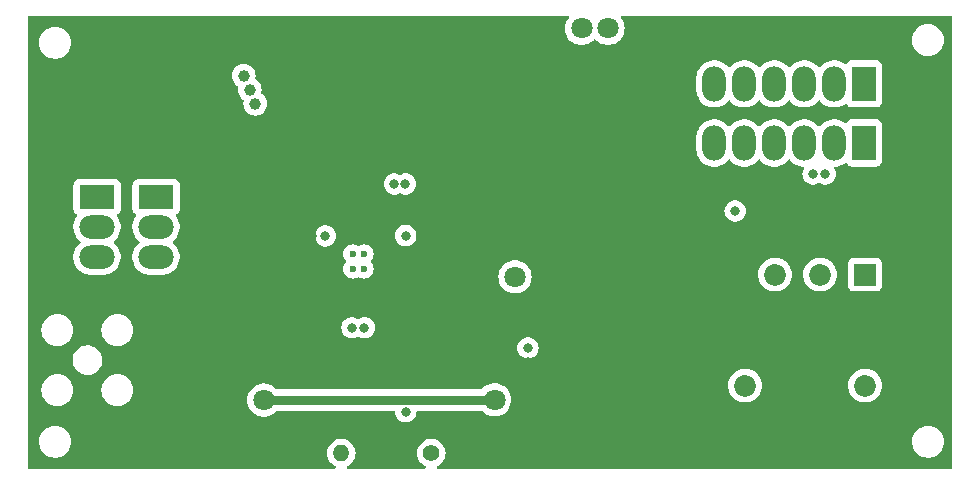
<source format=gbr>
%TF.GenerationSoftware,KiCad,Pcbnew,7.0.1*%
%TF.CreationDate,2024-02-12T12:04:44+00:00*%
%TF.ProjectId,UoB TICSP,556f4220-5449-4435-9350-2e6b69636164,1*%
%TF.SameCoordinates,Original*%
%TF.FileFunction,Copper,L2,Inr*%
%TF.FilePolarity,Positive*%
%FSLAX46Y46*%
G04 Gerber Fmt 4.6, Leading zero omitted, Abs format (unit mm)*
G04 Created by KiCad (PCBNEW 7.0.1) date 2024-02-12 12:04:44*
%MOMM*%
%LPD*%
G01*
G04 APERTURE LIST*
%TA.AperFunction,ComponentPad*%
%ADD10R,3.000000X2.000000*%
%TD*%
%TA.AperFunction,ComponentPad*%
%ADD11O,3.000000X2.000000*%
%TD*%
%TA.AperFunction,ComponentPad*%
%ADD12C,0.600000*%
%TD*%
%TA.AperFunction,ComponentPad*%
%ADD13C,1.400000*%
%TD*%
%TA.AperFunction,ComponentPad*%
%ADD14O,1.400000X1.400000*%
%TD*%
%TA.AperFunction,ComponentPad*%
%ADD15R,2.000000X3.000000*%
%TD*%
%TA.AperFunction,ComponentPad*%
%ADD16O,2.000000X3.000000*%
%TD*%
%TA.AperFunction,ComponentPad*%
%ADD17C,1.000000*%
%TD*%
%TA.AperFunction,ComponentPad*%
%ADD18R,1.850000X1.850000*%
%TD*%
%TA.AperFunction,ComponentPad*%
%ADD19C,1.850000*%
%TD*%
%TA.AperFunction,ViaPad*%
%ADD20C,1.800000*%
%TD*%
%TA.AperFunction,ViaPad*%
%ADD21C,0.800000*%
%TD*%
%TA.AperFunction,Conductor*%
%ADD22C,0.800000*%
%TD*%
G04 APERTURE END LIST*
D10*
%TO.N,/+9V*%
%TO.C,J1*%
X95678000Y-71221600D03*
X90678000Y-71221600D03*
D11*
%TO.N,GND*%
X95678000Y-73761600D03*
X90678000Y-73761600D03*
%TO.N,/-9V*%
X95678000Y-76301600D03*
X90678000Y-76301600D03*
%TD*%
D12*
%TO.N,GND*%
%TO.C,U4*%
X112316400Y-76037600D03*
X112316400Y-77327600D03*
X113286400Y-76037600D03*
X113286400Y-77327600D03*
%TD*%
D13*
%TO.N,Net-(R14-Pad1)*%
%TO.C,R14*%
X118973600Y-92913200D03*
D14*
%TO.N,Net-(U3--)*%
X111353600Y-92913200D03*
%TD*%
D15*
%TO.N,/Vo-*%
%TO.C,J4*%
X155625800Y-66649600D03*
X155625800Y-61649600D03*
D16*
X153085800Y-66649600D03*
X153085800Y-61649600D03*
%TO.N,/Vo+*%
X150545800Y-66649600D03*
X150545800Y-61649600D03*
X148005800Y-66649600D03*
X148005800Y-61649600D03*
%TO.N,GND*%
X145465800Y-66649600D03*
X145465800Y-61649600D03*
%TO.N,/Vocm*%
X142925800Y-66649600D03*
X142925800Y-61649600D03*
%TD*%
D17*
%TO.N,unconnected-(TP2-Pad1)*%
%TO.C,IAC*%
X103100604Y-60971500D03*
%TO.N,N/C*%
X103608604Y-62139900D03*
X104065804Y-63333700D03*
%TD*%
D18*
%TO.N,GND*%
%TO.C,PS1*%
X155702000Y-77800000D03*
D19*
%TO.N,/+1-5V HiVip*%
X151892000Y-77800000D03*
%TO.N,Net-(PS1-+HV)*%
X155702000Y-87198000D03*
%TO.N,GND*%
X145542000Y-87198000D03*
%TO.N,N/C*%
X148082000Y-77800000D03*
%TD*%
D20*
%TO.N,/+6V*%
X130124200Y-78003400D03*
D21*
X108837600Y-74498200D03*
D20*
X115366800Y-56997600D03*
X117652800Y-56997600D03*
D21*
X116865400Y-85826600D03*
X108331000Y-70129400D03*
X109270800Y-70129400D03*
X127152400Y-85166200D03*
%TO.N,/-6V*%
X115848000Y-70129400D03*
D20*
X133934200Y-56946800D03*
D21*
X127152400Y-84023200D03*
D20*
X131699000Y-56946800D03*
D21*
X116816999Y-89416900D03*
X116789200Y-70129400D03*
D20*
X126060200Y-77978000D03*
D21*
X116813200Y-74498200D03*
%TO.N,/Vo-*%
X113314800Y-82296000D03*
X152340800Y-69291200D03*
%TO.N,/Vo+*%
X151290800Y-69291200D03*
X112264800Y-82296000D03*
%TO.N,/Vocm*%
X110006000Y-74523600D03*
X144703800Y-72415400D03*
D20*
%TO.N,Net-(C20-Pad1)*%
X104800400Y-88417400D03*
X124333000Y-88392000D03*
%TD*%
D22*
%TO.N,Net-(C20-Pad1)*%
X104800400Y-88417400D02*
X124307600Y-88417400D01*
X124307600Y-88417400D02*
X124333000Y-88392000D01*
%TD*%
%TA.AperFunction,Conductor*%
%TO.N,/+6V*%
G36*
X130550180Y-55893054D02*
G01*
X130593900Y-55929467D01*
X130616755Y-55981572D01*
X130613933Y-56038400D01*
X130593936Y-56073931D01*
X130595641Y-56075045D01*
X130463076Y-56277950D01*
X130369844Y-56490496D01*
X130312865Y-56715500D01*
X130293699Y-56946800D01*
X130312865Y-57178099D01*
X130312865Y-57178101D01*
X130312866Y-57178105D01*
X130369843Y-57403100D01*
X130463076Y-57615649D01*
X130590021Y-57809953D01*
X130747216Y-57980713D01*
X130930374Y-58123270D01*
X131134497Y-58233736D01*
X131244257Y-58271416D01*
X131354015Y-58309097D01*
X131354017Y-58309097D01*
X131354019Y-58309098D01*
X131582951Y-58347300D01*
X131815048Y-58347300D01*
X131815049Y-58347300D01*
X132043981Y-58309098D01*
X132263503Y-58233736D01*
X132467626Y-58123270D01*
X132650784Y-57980713D01*
X132725371Y-57899689D01*
X132782859Y-57864352D01*
X132850341Y-57864352D01*
X132907828Y-57899689D01*
X132982416Y-57980713D01*
X133165574Y-58123270D01*
X133369697Y-58233736D01*
X133479457Y-58271416D01*
X133589215Y-58309097D01*
X133589217Y-58309097D01*
X133589219Y-58309098D01*
X133818151Y-58347300D01*
X134050248Y-58347300D01*
X134050249Y-58347300D01*
X134279181Y-58309098D01*
X134498703Y-58233736D01*
X134702826Y-58123270D01*
X134885984Y-57980713D01*
X134925857Y-57937399D01*
X159654940Y-57937399D01*
X159675536Y-58172807D01*
X159712055Y-58309097D01*
X159736697Y-58401063D01*
X159836565Y-58615229D01*
X159972105Y-58808801D01*
X160139199Y-58975895D01*
X160332771Y-59111435D01*
X160546937Y-59211303D01*
X160775192Y-59272463D01*
X160951632Y-59287900D01*
X160951634Y-59287900D01*
X161069566Y-59287900D01*
X161069568Y-59287900D01*
X161187193Y-59277608D01*
X161246008Y-59272463D01*
X161474263Y-59211303D01*
X161688429Y-59111435D01*
X161882001Y-58975895D01*
X162049095Y-58808801D01*
X162184635Y-58615230D01*
X162284503Y-58401063D01*
X162345663Y-58172808D01*
X162366259Y-57937400D01*
X162345663Y-57701992D01*
X162284503Y-57473737D01*
X162184635Y-57259571D01*
X162049095Y-57065999D01*
X161882001Y-56898905D01*
X161688429Y-56763365D01*
X161474263Y-56663497D01*
X161474262Y-56663496D01*
X161246007Y-56602336D01*
X161069568Y-56586900D01*
X161069566Y-56586900D01*
X160951634Y-56586900D01*
X160951632Y-56586900D01*
X160775192Y-56602336D01*
X160546936Y-56663497D01*
X160332770Y-56763365D01*
X160139198Y-56898905D01*
X159972108Y-57065995D01*
X159972105Y-57065998D01*
X159972105Y-57065999D01*
X159893608Y-57178105D01*
X159836564Y-57259572D01*
X159736697Y-57473737D01*
X159675536Y-57701992D01*
X159654940Y-57937399D01*
X134925857Y-57937399D01*
X135043179Y-57809953D01*
X135170124Y-57615649D01*
X135263357Y-57403100D01*
X135320334Y-57178105D01*
X135339500Y-56946800D01*
X135320334Y-56715495D01*
X135263357Y-56490500D01*
X135170124Y-56277951D01*
X135043179Y-56083647D01*
X135043178Y-56083646D01*
X135037559Y-56075045D01*
X135039263Y-56073931D01*
X135019267Y-56038400D01*
X135016445Y-55981572D01*
X135039300Y-55929467D01*
X135083020Y-55893054D01*
X135138400Y-55880000D01*
X162944000Y-55880000D01*
X163006000Y-55896613D01*
X163051387Y-55942000D01*
X163068000Y-56004000D01*
X163068000Y-94110000D01*
X163051387Y-94172000D01*
X163006000Y-94217387D01*
X162944000Y-94234000D01*
X119550822Y-94234000D01*
X119485544Y-94215427D01*
X119439822Y-94165271D01*
X119427351Y-94098558D01*
X119451868Y-94035273D01*
X119506029Y-93994373D01*
X119511001Y-93992447D01*
X119700162Y-93875324D01*
X119864581Y-93725436D01*
X119998658Y-93547889D01*
X120097829Y-93348728D01*
X120158715Y-93134736D01*
X120179243Y-92913200D01*
X120158715Y-92691664D01*
X120135827Y-92611221D01*
X120097830Y-92477673D01*
X119998658Y-92278511D01*
X119864580Y-92100962D01*
X119700162Y-91951075D01*
X119695194Y-91947999D01*
X159680340Y-91947999D01*
X159700936Y-92183407D01*
X159726419Y-92278511D01*
X159762097Y-92411663D01*
X159861965Y-92625829D01*
X159997505Y-92819401D01*
X160164599Y-92986495D01*
X160358171Y-93122035D01*
X160572337Y-93221903D01*
X160800592Y-93283063D01*
X160977032Y-93298500D01*
X160977034Y-93298500D01*
X161094966Y-93298500D01*
X161094968Y-93298500D01*
X161212593Y-93288208D01*
X161271408Y-93283063D01*
X161499663Y-93221903D01*
X161713829Y-93122035D01*
X161907401Y-92986495D01*
X162074495Y-92819401D01*
X162210035Y-92625830D01*
X162309903Y-92411663D01*
X162371063Y-92183408D01*
X162391659Y-91948000D01*
X162371063Y-91712592D01*
X162309903Y-91484337D01*
X162210035Y-91270171D01*
X162074495Y-91076599D01*
X161907401Y-90909505D01*
X161713829Y-90773965D01*
X161499663Y-90674097D01*
X161271407Y-90612936D01*
X161094968Y-90597500D01*
X161094966Y-90597500D01*
X160977034Y-90597500D01*
X160977032Y-90597500D01*
X160800592Y-90612936D01*
X160572336Y-90674097D01*
X160358170Y-90773965D01*
X160164598Y-90909505D01*
X159997508Y-91076595D01*
X159861964Y-91270172D01*
X159762097Y-91484337D01*
X159700936Y-91712592D01*
X159680340Y-91947999D01*
X119695194Y-91947999D01*
X119511004Y-91833954D01*
X119449774Y-91810233D01*
X119303540Y-91753582D01*
X119084843Y-91712700D01*
X118862357Y-91712700D01*
X118643659Y-91753582D01*
X118643660Y-91753582D01*
X118436195Y-91833954D01*
X118247037Y-91951075D01*
X118082619Y-92100962D01*
X117948541Y-92278511D01*
X117849369Y-92477673D01*
X117788485Y-92691662D01*
X117767957Y-92913200D01*
X117788485Y-93134737D01*
X117849369Y-93348726D01*
X117948541Y-93547888D01*
X118082619Y-93725437D01*
X118247037Y-93875324D01*
X118436197Y-93992446D01*
X118436199Y-93992447D01*
X118441171Y-93994373D01*
X118495332Y-94035273D01*
X118519849Y-94098558D01*
X118507378Y-94165271D01*
X118461656Y-94215427D01*
X118396378Y-94234000D01*
X111930822Y-94234000D01*
X111865544Y-94215427D01*
X111819822Y-94165271D01*
X111807351Y-94098558D01*
X111831868Y-94035273D01*
X111886029Y-93994373D01*
X111891001Y-93992447D01*
X112080162Y-93875324D01*
X112244581Y-93725436D01*
X112378658Y-93547889D01*
X112477829Y-93348728D01*
X112538715Y-93134736D01*
X112559243Y-92913200D01*
X112538715Y-92691664D01*
X112515827Y-92611221D01*
X112477830Y-92477673D01*
X112378658Y-92278511D01*
X112244580Y-92100962D01*
X112080162Y-91951075D01*
X111891004Y-91833954D01*
X111829774Y-91810233D01*
X111683540Y-91753582D01*
X111464843Y-91712700D01*
X111242357Y-91712700D01*
X111023659Y-91753582D01*
X111023660Y-91753582D01*
X110816195Y-91833954D01*
X110627037Y-91951075D01*
X110462619Y-92100962D01*
X110328541Y-92278511D01*
X110229369Y-92477673D01*
X110168485Y-92691662D01*
X110147957Y-92913200D01*
X110168485Y-93134737D01*
X110229369Y-93348726D01*
X110328541Y-93547888D01*
X110462619Y-93725437D01*
X110627037Y-93875324D01*
X110816197Y-93992446D01*
X110816199Y-93992447D01*
X110821171Y-93994373D01*
X110875332Y-94035273D01*
X110899849Y-94098558D01*
X110887378Y-94165271D01*
X110841656Y-94215427D01*
X110776378Y-94234000D01*
X84960000Y-94234000D01*
X84898000Y-94217387D01*
X84852613Y-94172000D01*
X84836000Y-94110000D01*
X84836000Y-91947999D01*
X85766340Y-91947999D01*
X85786936Y-92183407D01*
X85812419Y-92278511D01*
X85848097Y-92411663D01*
X85947965Y-92625829D01*
X86083505Y-92819401D01*
X86250599Y-92986495D01*
X86444171Y-93122035D01*
X86658337Y-93221903D01*
X86886592Y-93283063D01*
X87063032Y-93298500D01*
X87063034Y-93298500D01*
X87180966Y-93298500D01*
X87180968Y-93298500D01*
X87298593Y-93288208D01*
X87357408Y-93283063D01*
X87585663Y-93221903D01*
X87799829Y-93122035D01*
X87993401Y-92986495D01*
X88160495Y-92819401D01*
X88296035Y-92625830D01*
X88395903Y-92411663D01*
X88457063Y-92183408D01*
X88477659Y-91948000D01*
X88457063Y-91712592D01*
X88395903Y-91484337D01*
X88296035Y-91270171D01*
X88160495Y-91076599D01*
X87993401Y-90909505D01*
X87799829Y-90773965D01*
X87585663Y-90674097D01*
X87357407Y-90612936D01*
X87180968Y-90597500D01*
X87180966Y-90597500D01*
X87063034Y-90597500D01*
X87063032Y-90597500D01*
X86886592Y-90612936D01*
X86658336Y-90674097D01*
X86444170Y-90773965D01*
X86250598Y-90909505D01*
X86083508Y-91076595D01*
X85947964Y-91270172D01*
X85848097Y-91484337D01*
X85786936Y-91712592D01*
X85766340Y-91947999D01*
X84836000Y-91947999D01*
X84836000Y-89340099D01*
X85359500Y-89340099D01*
X85359617Y-89340383D01*
X85359808Y-89340461D01*
X85359999Y-89340541D01*
X85360000Y-89340541D01*
X85360001Y-89340541D01*
X85360127Y-89340488D01*
X85360383Y-89340383D01*
X85360500Y-89340099D01*
X85360500Y-87580000D01*
X85964340Y-87580000D01*
X85984936Y-87815407D01*
X86046096Y-88043662D01*
X86046097Y-88043663D01*
X86145965Y-88257829D01*
X86281505Y-88451401D01*
X86448599Y-88618495D01*
X86642171Y-88754035D01*
X86856337Y-88853903D01*
X87084591Y-88915062D01*
X87084592Y-88915063D01*
X87261032Y-88930500D01*
X87261034Y-88930500D01*
X87378966Y-88930500D01*
X87378968Y-88930500D01*
X87496593Y-88920208D01*
X87555408Y-88915063D01*
X87783663Y-88853903D01*
X87997829Y-88754035D01*
X88191401Y-88618495D01*
X88358495Y-88451401D01*
X88494035Y-88257830D01*
X88593903Y-88043663D01*
X88655063Y-87815408D01*
X88675659Y-87580000D01*
X91044340Y-87580000D01*
X91064936Y-87815407D01*
X91126096Y-88043662D01*
X91126097Y-88043663D01*
X91225965Y-88257829D01*
X91361505Y-88451401D01*
X91528599Y-88618495D01*
X91722171Y-88754035D01*
X91936337Y-88853903D01*
X92164591Y-88915062D01*
X92164592Y-88915063D01*
X92341032Y-88930500D01*
X92341034Y-88930500D01*
X92458966Y-88930500D01*
X92458968Y-88930500D01*
X92576593Y-88920208D01*
X92635408Y-88915063D01*
X92863663Y-88853903D01*
X93077829Y-88754035D01*
X93271401Y-88618495D01*
X93438495Y-88451401D01*
X93462303Y-88417400D01*
X103395099Y-88417400D01*
X103414265Y-88648699D01*
X103414265Y-88648701D01*
X103414266Y-88648705D01*
X103466230Y-88853903D01*
X103471244Y-88873703D01*
X103496158Y-88930500D01*
X103564476Y-89086249D01*
X103691421Y-89280553D01*
X103848616Y-89451313D01*
X104031774Y-89593870D01*
X104235897Y-89704336D01*
X104345657Y-89742016D01*
X104455415Y-89779697D01*
X104455417Y-89779697D01*
X104455419Y-89779698D01*
X104684351Y-89817900D01*
X104916448Y-89817900D01*
X104916449Y-89817900D01*
X105145381Y-89779698D01*
X105364903Y-89704336D01*
X105569026Y-89593870D01*
X105752184Y-89451313D01*
X105838160Y-89357917D01*
X105879581Y-89328344D01*
X105929391Y-89317900D01*
X115789484Y-89317900D01*
X115847699Y-89332415D01*
X115892285Y-89372560D01*
X115912804Y-89428936D01*
X115915156Y-89451312D01*
X115931325Y-89605157D01*
X115989819Y-89785184D01*
X116084465Y-89949116D01*
X116211128Y-90089789D01*
X116364268Y-90201051D01*
X116537196Y-90278044D01*
X116722351Y-90317400D01*
X116722353Y-90317400D01*
X116911645Y-90317400D01*
X116911647Y-90317400D01*
X117035082Y-90291162D01*
X117096802Y-90278044D01*
X117269729Y-90201051D01*
X117422870Y-90089788D01*
X117549532Y-89949116D01*
X117644178Y-89785184D01*
X117702673Y-89605156D01*
X117721193Y-89428936D01*
X117741713Y-89372560D01*
X117786299Y-89332415D01*
X117844514Y-89317900D01*
X123227391Y-89317900D01*
X123277201Y-89328344D01*
X123318621Y-89357917D01*
X123381215Y-89425913D01*
X123497904Y-89516734D01*
X123564374Y-89568470D01*
X123768497Y-89678936D01*
X123842485Y-89704336D01*
X123988015Y-89754297D01*
X123988017Y-89754297D01*
X123988019Y-89754298D01*
X124216951Y-89792500D01*
X124449048Y-89792500D01*
X124449049Y-89792500D01*
X124677981Y-89754298D01*
X124897503Y-89678936D01*
X125101626Y-89568470D01*
X125284784Y-89425913D01*
X125441979Y-89255153D01*
X125568924Y-89060849D01*
X125662157Y-88848300D01*
X125719134Y-88623305D01*
X125738300Y-88392000D01*
X125719134Y-88160695D01*
X125662157Y-87935700D01*
X125568924Y-87723151D01*
X125441979Y-87528847D01*
X125284784Y-87358087D01*
X125101626Y-87215530D01*
X125069233Y-87198000D01*
X144111614Y-87198000D01*
X144131123Y-87433429D01*
X144131123Y-87433432D01*
X144131124Y-87433434D01*
X144168239Y-87580000D01*
X144189118Y-87662447D01*
X144284013Y-87878788D01*
X144413226Y-88076563D01*
X144573223Y-88250365D01*
X144573227Y-88250368D01*
X144759654Y-88395470D01*
X144967421Y-88507908D01*
X145079140Y-88546261D01*
X145190857Y-88584615D01*
X145190859Y-88584615D01*
X145190861Y-88584616D01*
X145423880Y-88623500D01*
X145660119Y-88623500D01*
X145660120Y-88623500D01*
X145893139Y-88584616D01*
X146116579Y-88507908D01*
X146324346Y-88395470D01*
X146510773Y-88250368D01*
X146670775Y-88076561D01*
X146799986Y-87878788D01*
X146894883Y-87662445D01*
X146952876Y-87433434D01*
X146972385Y-87198000D01*
X154271614Y-87198000D01*
X154291123Y-87433429D01*
X154291123Y-87433432D01*
X154291124Y-87433434D01*
X154328239Y-87580000D01*
X154349118Y-87662447D01*
X154444013Y-87878788D01*
X154573226Y-88076563D01*
X154733223Y-88250365D01*
X154733227Y-88250368D01*
X154919654Y-88395470D01*
X155127421Y-88507908D01*
X155239140Y-88546261D01*
X155350857Y-88584615D01*
X155350859Y-88584615D01*
X155350861Y-88584616D01*
X155583880Y-88623500D01*
X155820119Y-88623500D01*
X155820120Y-88623500D01*
X156053139Y-88584616D01*
X156276579Y-88507908D01*
X156484346Y-88395470D01*
X156670773Y-88250368D01*
X156830775Y-88076561D01*
X156959986Y-87878788D01*
X157054883Y-87662445D01*
X157112876Y-87433434D01*
X157132385Y-87198000D01*
X157112876Y-86962566D01*
X157054883Y-86733555D01*
X156959986Y-86517212D01*
X156959986Y-86517211D01*
X156830773Y-86319436D01*
X156670776Y-86145634D01*
X156484347Y-86000531D01*
X156484346Y-86000530D01*
X156276579Y-85888092D01*
X156276575Y-85888090D01*
X156276574Y-85888090D01*
X156053142Y-85811384D01*
X155878374Y-85782220D01*
X155820120Y-85772500D01*
X155583880Y-85772500D01*
X155537276Y-85780276D01*
X155350857Y-85811384D01*
X155127425Y-85888090D01*
X155127421Y-85888091D01*
X155127421Y-85888092D01*
X154988909Y-85963050D01*
X154919652Y-86000531D01*
X154733223Y-86145634D01*
X154573226Y-86319436D01*
X154444013Y-86517211D01*
X154349118Y-86733552D01*
X154291123Y-86962570D01*
X154271614Y-87198000D01*
X146972385Y-87198000D01*
X146952876Y-86962566D01*
X146894883Y-86733555D01*
X146799986Y-86517212D01*
X146799986Y-86517211D01*
X146670773Y-86319436D01*
X146510776Y-86145634D01*
X146324347Y-86000531D01*
X146324346Y-86000530D01*
X146116579Y-85888092D01*
X146116575Y-85888090D01*
X146116574Y-85888090D01*
X145893142Y-85811384D01*
X145718374Y-85782220D01*
X145660120Y-85772500D01*
X145423880Y-85772500D01*
X145377276Y-85780276D01*
X145190857Y-85811384D01*
X144967425Y-85888090D01*
X144967421Y-85888091D01*
X144967421Y-85888092D01*
X144828909Y-85963050D01*
X144759652Y-86000531D01*
X144573223Y-86145634D01*
X144413226Y-86319436D01*
X144284013Y-86517211D01*
X144189118Y-86733552D01*
X144131123Y-86962570D01*
X144111614Y-87198000D01*
X125069233Y-87198000D01*
X124897503Y-87105064D01*
X124897499Y-87105062D01*
X124897498Y-87105062D01*
X124677984Y-87029702D01*
X124506281Y-87001050D01*
X124449049Y-86991500D01*
X124216951Y-86991500D01*
X124171164Y-86999140D01*
X123988015Y-87029702D01*
X123768501Y-87105062D01*
X123768497Y-87105063D01*
X123768497Y-87105064D01*
X123721566Y-87130462D01*
X123564372Y-87215531D01*
X123381215Y-87358087D01*
X123271857Y-87476883D01*
X123230437Y-87506456D01*
X123180627Y-87516900D01*
X105929391Y-87516900D01*
X105879581Y-87506456D01*
X105838161Y-87476883D01*
X105752184Y-87383487D01*
X105569027Y-87240931D01*
X105569026Y-87240930D01*
X105364903Y-87130464D01*
X105364899Y-87130462D01*
X105364898Y-87130462D01*
X105145384Y-87055102D01*
X104973682Y-87026450D01*
X104916449Y-87016900D01*
X104684351Y-87016900D01*
X104638564Y-87024540D01*
X104455415Y-87055102D01*
X104235901Y-87130462D01*
X104031772Y-87240931D01*
X103848615Y-87383487D01*
X103691420Y-87554248D01*
X103564476Y-87748550D01*
X103471244Y-87961096D01*
X103414265Y-88186100D01*
X103395099Y-88417400D01*
X93462303Y-88417400D01*
X93574035Y-88257830D01*
X93673903Y-88043663D01*
X93735063Y-87815408D01*
X93755659Y-87580000D01*
X93735063Y-87344592D01*
X93673903Y-87116337D01*
X93574035Y-86902171D01*
X93438495Y-86708599D01*
X93271401Y-86541505D01*
X93077829Y-86405965D01*
X92863663Y-86306097D01*
X92635407Y-86244936D01*
X92458968Y-86229500D01*
X92458966Y-86229500D01*
X92341034Y-86229500D01*
X92341032Y-86229500D01*
X92164592Y-86244936D01*
X91936336Y-86306097D01*
X91722170Y-86405965D01*
X91528598Y-86541505D01*
X91361508Y-86708595D01*
X91225964Y-86902172D01*
X91126097Y-87116337D01*
X91064936Y-87344592D01*
X91044340Y-87580000D01*
X88675659Y-87580000D01*
X88655063Y-87344592D01*
X88593903Y-87116337D01*
X88494035Y-86902171D01*
X88358495Y-86708599D01*
X88191401Y-86541505D01*
X87997829Y-86405965D01*
X87783663Y-86306097D01*
X87555407Y-86244936D01*
X87378968Y-86229500D01*
X87378966Y-86229500D01*
X87261034Y-86229500D01*
X87261032Y-86229500D01*
X87084592Y-86244936D01*
X86856336Y-86306097D01*
X86642170Y-86405965D01*
X86448598Y-86541505D01*
X86281508Y-86708595D01*
X86145964Y-86902172D01*
X86046097Y-87116337D01*
X85984936Y-87344592D01*
X85964340Y-87580000D01*
X85360500Y-87580000D01*
X85360500Y-85096328D01*
X88605709Y-85096328D01*
X88635925Y-85319388D01*
X88671211Y-85427988D01*
X88705483Y-85533464D01*
X88812148Y-85731681D01*
X88912032Y-85856931D01*
X88936880Y-85888090D01*
X88952492Y-85907666D01*
X89122004Y-86055765D01*
X89122006Y-86055766D01*
X89315237Y-86171216D01*
X89433214Y-86215493D01*
X89525976Y-86250307D01*
X89747453Y-86290500D01*
X89916153Y-86290500D01*
X89916155Y-86290500D01*
X90084188Y-86275377D01*
X90301170Y-86215493D01*
X90503973Y-86117829D01*
X90686078Y-85985522D01*
X90841632Y-85822825D01*
X90965635Y-85634968D01*
X91054103Y-85427988D01*
X91104191Y-85208537D01*
X91114290Y-84983670D01*
X91084075Y-84760613D01*
X91014517Y-84546536D01*
X90907852Y-84348319D01*
X90767508Y-84172334D01*
X90597996Y-84024235D01*
X90596264Y-84023200D01*
X126246940Y-84023200D01*
X126266726Y-84211457D01*
X126325220Y-84391484D01*
X126419866Y-84555416D01*
X126546529Y-84696089D01*
X126699669Y-84807351D01*
X126872597Y-84884344D01*
X127057752Y-84923700D01*
X127057754Y-84923700D01*
X127247046Y-84923700D01*
X127247048Y-84923700D01*
X127370483Y-84897462D01*
X127432203Y-84884344D01*
X127605130Y-84807351D01*
X127669460Y-84760613D01*
X127758270Y-84696089D01*
X127884933Y-84555416D01*
X127979579Y-84391484D01*
X127993604Y-84348319D01*
X128038074Y-84211456D01*
X128057860Y-84023200D01*
X128038074Y-83834944D01*
X127979579Y-83654916D01*
X127979579Y-83654915D01*
X127884933Y-83490983D01*
X127758270Y-83350310D01*
X127605130Y-83239048D01*
X127432202Y-83162055D01*
X127247048Y-83122700D01*
X127247046Y-83122700D01*
X127057754Y-83122700D01*
X127057752Y-83122700D01*
X126872597Y-83162055D01*
X126699669Y-83239048D01*
X126546529Y-83350310D01*
X126419866Y-83490983D01*
X126325220Y-83654915D01*
X126266726Y-83834942D01*
X126246940Y-84023200D01*
X90596264Y-84023200D01*
X90404762Y-83908783D01*
X90194025Y-83829693D01*
X89972547Y-83789500D01*
X89803845Y-83789500D01*
X89736631Y-83795549D01*
X89635809Y-83804623D01*
X89418828Y-83864507D01*
X89216027Y-83962170D01*
X89033925Y-84094475D01*
X88878365Y-84257178D01*
X88754365Y-84445031D01*
X88665896Y-84652012D01*
X88615809Y-84871462D01*
X88605709Y-85096328D01*
X85360500Y-85096328D01*
X85360500Y-82500000D01*
X85964340Y-82500000D01*
X85984936Y-82735407D01*
X86046096Y-82963662D01*
X86046097Y-82963663D01*
X86145965Y-83177829D01*
X86281505Y-83371401D01*
X86448599Y-83538495D01*
X86642171Y-83674035D01*
X86856337Y-83773903D01*
X87064551Y-83829693D01*
X87084592Y-83835063D01*
X87261032Y-83850500D01*
X87261034Y-83850500D01*
X87378966Y-83850500D01*
X87378968Y-83850500D01*
X87496593Y-83840208D01*
X87555408Y-83835063D01*
X87783663Y-83773903D01*
X87997829Y-83674035D01*
X88191401Y-83538495D01*
X88358495Y-83371401D01*
X88494035Y-83177830D01*
X88593903Y-82963663D01*
X88655063Y-82735408D01*
X88675659Y-82500000D01*
X91044340Y-82500000D01*
X91064936Y-82735407D01*
X91126096Y-82963662D01*
X91126097Y-82963663D01*
X91225965Y-83177829D01*
X91361505Y-83371401D01*
X91528599Y-83538495D01*
X91722171Y-83674035D01*
X91936337Y-83773903D01*
X92144551Y-83829693D01*
X92164592Y-83835063D01*
X92341032Y-83850500D01*
X92341034Y-83850500D01*
X92458966Y-83850500D01*
X92458968Y-83850500D01*
X92576593Y-83840208D01*
X92635408Y-83835063D01*
X92863663Y-83773903D01*
X93077829Y-83674035D01*
X93271401Y-83538495D01*
X93438495Y-83371401D01*
X93574035Y-83177830D01*
X93673903Y-82963663D01*
X93735063Y-82735408D01*
X93755659Y-82500000D01*
X93737811Y-82295999D01*
X111359340Y-82295999D01*
X111379126Y-82484257D01*
X111437620Y-82664284D01*
X111532266Y-82828216D01*
X111658929Y-82968889D01*
X111812069Y-83080151D01*
X111984997Y-83157144D01*
X112170152Y-83196500D01*
X112170154Y-83196500D01*
X112359446Y-83196500D01*
X112359448Y-83196500D01*
X112482883Y-83170262D01*
X112544603Y-83157144D01*
X112717530Y-83080151D01*
X112717530Y-83080150D01*
X112729436Y-83074850D01*
X112729500Y-83074994D01*
X112764017Y-83059625D01*
X112815583Y-83059625D01*
X112850099Y-83074994D01*
X112850164Y-83074850D01*
X113034997Y-83157144D01*
X113220152Y-83196500D01*
X113220154Y-83196500D01*
X113409446Y-83196500D01*
X113409448Y-83196500D01*
X113532883Y-83170262D01*
X113594603Y-83157144D01*
X113767530Y-83080151D01*
X113795782Y-83059625D01*
X113920670Y-82968889D01*
X113925377Y-82963662D01*
X114047333Y-82828216D01*
X114141979Y-82664284D01*
X114200474Y-82484256D01*
X114220260Y-82296000D01*
X114200474Y-82107744D01*
X114141979Y-81927716D01*
X114141979Y-81927715D01*
X114047333Y-81763783D01*
X113920670Y-81623110D01*
X113767530Y-81511848D01*
X113594602Y-81434855D01*
X113409448Y-81395500D01*
X113409446Y-81395500D01*
X113220154Y-81395500D01*
X113220152Y-81395500D01*
X113034997Y-81434855D01*
X112850164Y-81517149D01*
X112850099Y-81517004D01*
X112815581Y-81532373D01*
X112764019Y-81532373D01*
X112729500Y-81517004D01*
X112729436Y-81517149D01*
X112544602Y-81434855D01*
X112359448Y-81395500D01*
X112359446Y-81395500D01*
X112170154Y-81395500D01*
X112170152Y-81395500D01*
X111984997Y-81434855D01*
X111812069Y-81511848D01*
X111658929Y-81623110D01*
X111532266Y-81763783D01*
X111437620Y-81927715D01*
X111379126Y-82107742D01*
X111359340Y-82295999D01*
X93737811Y-82295999D01*
X93735063Y-82264592D01*
X93673903Y-82036337D01*
X93574035Y-81822171D01*
X93438495Y-81628599D01*
X93271401Y-81461505D01*
X93077829Y-81325965D01*
X92863663Y-81226097D01*
X92635407Y-81164936D01*
X92458968Y-81149500D01*
X92458966Y-81149500D01*
X92341034Y-81149500D01*
X92341032Y-81149500D01*
X92164592Y-81164936D01*
X91936336Y-81226097D01*
X91722170Y-81325965D01*
X91528598Y-81461505D01*
X91361508Y-81628595D01*
X91361505Y-81628598D01*
X91361505Y-81628599D01*
X91266848Y-81763784D01*
X91225964Y-81822172D01*
X91126097Y-82036337D01*
X91064936Y-82264592D01*
X91044340Y-82500000D01*
X88675659Y-82500000D01*
X88655063Y-82264592D01*
X88593903Y-82036337D01*
X88494035Y-81822171D01*
X88358495Y-81628599D01*
X88191401Y-81461505D01*
X87997829Y-81325965D01*
X87783663Y-81226097D01*
X87555407Y-81164936D01*
X87378968Y-81149500D01*
X87378966Y-81149500D01*
X87261034Y-81149500D01*
X87261032Y-81149500D01*
X87084592Y-81164936D01*
X86856336Y-81226097D01*
X86642170Y-81325965D01*
X86448598Y-81461505D01*
X86281508Y-81628595D01*
X86281505Y-81628598D01*
X86281505Y-81628599D01*
X86186848Y-81763784D01*
X86145964Y-81822172D01*
X86046097Y-82036337D01*
X85984936Y-82264592D01*
X85964340Y-82500000D01*
X85360500Y-82500000D01*
X85360500Y-80739901D01*
X85360383Y-80739617D01*
X85360381Y-80739616D01*
X85360001Y-80739459D01*
X85359999Y-80739459D01*
X85359618Y-80739616D01*
X85359616Y-80739618D01*
X85359500Y-80739900D01*
X85359500Y-80739901D01*
X85359500Y-89340099D01*
X84836000Y-89340099D01*
X84836000Y-76425935D01*
X88677500Y-76425935D01*
X88718429Y-76671215D01*
X88763167Y-76801531D01*
X88799172Y-76906410D01*
X88911973Y-77114848D01*
X88917529Y-77125114D01*
X89053036Y-77299212D01*
X89070262Y-77321344D01*
X89253215Y-77489764D01*
X89461393Y-77625773D01*
X89689119Y-77725663D01*
X89930179Y-77786708D01*
X90004480Y-77792864D01*
X90115927Y-77802100D01*
X90115933Y-77802100D01*
X91240067Y-77802100D01*
X91240073Y-77802100D01*
X91341387Y-77793704D01*
X91425821Y-77786708D01*
X91666881Y-77725663D01*
X91894607Y-77625773D01*
X92102785Y-77489764D01*
X92285738Y-77321344D01*
X92438474Y-77125109D01*
X92556828Y-76906410D01*
X92637571Y-76671214D01*
X92678500Y-76425935D01*
X93677500Y-76425935D01*
X93718429Y-76671215D01*
X93763167Y-76801531D01*
X93799172Y-76906410D01*
X93911973Y-77114848D01*
X93917529Y-77125114D01*
X94053036Y-77299212D01*
X94070262Y-77321344D01*
X94253215Y-77489764D01*
X94461393Y-77625773D01*
X94689119Y-77725663D01*
X94930179Y-77786708D01*
X95004480Y-77792864D01*
X95115927Y-77802100D01*
X95115933Y-77802100D01*
X96240067Y-77802100D01*
X96240073Y-77802100D01*
X96341387Y-77793704D01*
X96425821Y-77786708D01*
X96666881Y-77725663D01*
X96894607Y-77625773D01*
X97102785Y-77489764D01*
X97278942Y-77327600D01*
X111510834Y-77327600D01*
X111531031Y-77506851D01*
X111531031Y-77506853D01*
X111531032Y-77506855D01*
X111590611Y-77677122D01*
X111634327Y-77746695D01*
X111686585Y-77829864D01*
X111814135Y-77957414D01*
X111814137Y-77957415D01*
X111814138Y-77957416D01*
X111966878Y-78053389D01*
X112137145Y-78112968D01*
X112316400Y-78133165D01*
X112495655Y-78112968D01*
X112665922Y-78053389D01*
X112735430Y-78009713D01*
X112801398Y-77990708D01*
X112867370Y-78009714D01*
X112936878Y-78053389D01*
X113107145Y-78112968D01*
X113286400Y-78133165D01*
X113465655Y-78112968D01*
X113635922Y-78053389D01*
X113755904Y-77977999D01*
X124654899Y-77977999D01*
X124674065Y-78209299D01*
X124674065Y-78209301D01*
X124674066Y-78209305D01*
X124688030Y-78264447D01*
X124731044Y-78434303D01*
X124824276Y-78646849D01*
X124951221Y-78841153D01*
X125108416Y-79011913D01*
X125291574Y-79154470D01*
X125495697Y-79264936D01*
X125605457Y-79302616D01*
X125715215Y-79340297D01*
X125715217Y-79340297D01*
X125715219Y-79340298D01*
X125944151Y-79378500D01*
X126176248Y-79378500D01*
X126176249Y-79378500D01*
X126405181Y-79340298D01*
X126624703Y-79264936D01*
X126828826Y-79154470D01*
X127011984Y-79011913D01*
X127169179Y-78841153D01*
X127296124Y-78646849D01*
X127389357Y-78434300D01*
X127446334Y-78209305D01*
X127465500Y-77978000D01*
X127450751Y-77800000D01*
X146651614Y-77800000D01*
X146671123Y-78035429D01*
X146671123Y-78035432D01*
X146671124Y-78035434D01*
X146715152Y-78209299D01*
X146729118Y-78264447D01*
X146824013Y-78480788D01*
X146953226Y-78678563D01*
X147113223Y-78852365D01*
X147113227Y-78852368D01*
X147299654Y-78997470D01*
X147507421Y-79109908D01*
X147619141Y-79148262D01*
X147730857Y-79186615D01*
X147730859Y-79186615D01*
X147730861Y-79186616D01*
X147963880Y-79225500D01*
X148200119Y-79225500D01*
X148200120Y-79225500D01*
X148433139Y-79186616D01*
X148656579Y-79109908D01*
X148864346Y-78997470D01*
X149050773Y-78852368D01*
X149210775Y-78678561D01*
X149339986Y-78480788D01*
X149434883Y-78264445D01*
X149492876Y-78035434D01*
X149512385Y-77800000D01*
X150461614Y-77800000D01*
X150481123Y-78035429D01*
X150481123Y-78035432D01*
X150481124Y-78035434D01*
X150525152Y-78209299D01*
X150539118Y-78264447D01*
X150634013Y-78480788D01*
X150763226Y-78678563D01*
X150923223Y-78852365D01*
X150923227Y-78852368D01*
X151109654Y-78997470D01*
X151317421Y-79109908D01*
X151429141Y-79148262D01*
X151540857Y-79186615D01*
X151540859Y-79186615D01*
X151540861Y-79186616D01*
X151773880Y-79225500D01*
X152010119Y-79225500D01*
X152010120Y-79225500D01*
X152243139Y-79186616D01*
X152466579Y-79109908D01*
X152674346Y-78997470D01*
X152860773Y-78852368D01*
X152933958Y-78772869D01*
X154276500Y-78772869D01*
X154282909Y-78832484D01*
X154308056Y-78899907D01*
X154333204Y-78967331D01*
X154419454Y-79082546D01*
X154534669Y-79168796D01*
X154669517Y-79219091D01*
X154729127Y-79225500D01*
X156674872Y-79225499D01*
X156734483Y-79219091D01*
X156869331Y-79168796D01*
X156984546Y-79082546D01*
X157070796Y-78967331D01*
X157121091Y-78832483D01*
X157127500Y-78772873D01*
X157127499Y-76827128D01*
X157121091Y-76767517D01*
X157070796Y-76632669D01*
X156984546Y-76517454D01*
X156869331Y-76431204D01*
X156734483Y-76380909D01*
X156674873Y-76374500D01*
X156674869Y-76374500D01*
X154729130Y-76374500D01*
X154669515Y-76380909D01*
X154534669Y-76431204D01*
X154419454Y-76517454D01*
X154333204Y-76632668D01*
X154282909Y-76767515D01*
X154282909Y-76767517D01*
X154276693Y-76825338D01*
X154276500Y-76827130D01*
X154276500Y-78772869D01*
X152933958Y-78772869D01*
X153020775Y-78678561D01*
X153149986Y-78480788D01*
X153244883Y-78264445D01*
X153302876Y-78035434D01*
X153322385Y-77800000D01*
X153302876Y-77564566D01*
X153244883Y-77335555D01*
X153187061Y-77203734D01*
X153149986Y-77119211D01*
X153020773Y-76921436D01*
X152860776Y-76747634D01*
X152735986Y-76650506D01*
X152674346Y-76602530D01*
X152466579Y-76490092D01*
X152466575Y-76490090D01*
X152466574Y-76490090D01*
X152243142Y-76413384D01*
X152048527Y-76380909D01*
X152010120Y-76374500D01*
X151773880Y-76374500D01*
X151735473Y-76380909D01*
X151540857Y-76413384D01*
X151317425Y-76490090D01*
X151317421Y-76490091D01*
X151317421Y-76490092D01*
X151178909Y-76565050D01*
X151109652Y-76602531D01*
X150923223Y-76747634D01*
X150763226Y-76921436D01*
X150634013Y-77119211D01*
X150539118Y-77335552D01*
X150481123Y-77564570D01*
X150461614Y-77800000D01*
X149512385Y-77800000D01*
X149492876Y-77564566D01*
X149434883Y-77335555D01*
X149377061Y-77203734D01*
X149339986Y-77119211D01*
X149210773Y-76921436D01*
X149050776Y-76747634D01*
X148925986Y-76650506D01*
X148864346Y-76602530D01*
X148656579Y-76490092D01*
X148656575Y-76490090D01*
X148656574Y-76490090D01*
X148433142Y-76413384D01*
X148238527Y-76380909D01*
X148200120Y-76374500D01*
X147963880Y-76374500D01*
X147925473Y-76380909D01*
X147730857Y-76413384D01*
X147507425Y-76490090D01*
X147507421Y-76490091D01*
X147507421Y-76490092D01*
X147368909Y-76565050D01*
X147299652Y-76602531D01*
X147113223Y-76747634D01*
X146953226Y-76921436D01*
X146824013Y-77119211D01*
X146729118Y-77335552D01*
X146671123Y-77564570D01*
X146651614Y-77800000D01*
X127450751Y-77800000D01*
X127446334Y-77746695D01*
X127389357Y-77521700D01*
X127296124Y-77309151D01*
X127169179Y-77114847D01*
X127011984Y-76944087D01*
X126828826Y-76801530D01*
X126624703Y-76691064D01*
X126624699Y-76691062D01*
X126624698Y-76691062D01*
X126405184Y-76615702D01*
X126233481Y-76587050D01*
X126176249Y-76577500D01*
X125944151Y-76577500D01*
X125898364Y-76585140D01*
X125715215Y-76615702D01*
X125495701Y-76691062D01*
X125291572Y-76801531D01*
X125108415Y-76944087D01*
X124951220Y-77114848D01*
X124824276Y-77309150D01*
X124731044Y-77521696D01*
X124731042Y-77521700D01*
X124731043Y-77521700D01*
X124691685Y-77677122D01*
X124674065Y-77746700D01*
X124654899Y-77977999D01*
X113755904Y-77977999D01*
X113788662Y-77957416D01*
X113916216Y-77829862D01*
X114012189Y-77677122D01*
X114071768Y-77506855D01*
X114091965Y-77327600D01*
X114071768Y-77148345D01*
X114012189Y-76978078D01*
X113916216Y-76825338D01*
X113916215Y-76825337D01*
X113916214Y-76825335D01*
X113861160Y-76770281D01*
X113829066Y-76714694D01*
X113829066Y-76650506D01*
X113861160Y-76594919D01*
X113916214Y-76539864D01*
X113916216Y-76539862D01*
X114012189Y-76387122D01*
X114071768Y-76216855D01*
X114091965Y-76037600D01*
X114071768Y-75858345D01*
X114012189Y-75688078D01*
X113916216Y-75535338D01*
X113916215Y-75535337D01*
X113916214Y-75535335D01*
X113788664Y-75407785D01*
X113635925Y-75311813D01*
X113635922Y-75311811D01*
X113465655Y-75252232D01*
X113465653Y-75252231D01*
X113465651Y-75252231D01*
X113286400Y-75232034D01*
X113107148Y-75252231D01*
X113107145Y-75252231D01*
X113107145Y-75252232D01*
X112936878Y-75311811D01*
X112936877Y-75311811D01*
X112936873Y-75311813D01*
X112867371Y-75355484D01*
X112801400Y-75374490D01*
X112735429Y-75355484D01*
X112665926Y-75311813D01*
X112665924Y-75311812D01*
X112665922Y-75311811D01*
X112495655Y-75252232D01*
X112495653Y-75252231D01*
X112495651Y-75252231D01*
X112316400Y-75232034D01*
X112137148Y-75252231D01*
X112137145Y-75252231D01*
X112137145Y-75252232D01*
X111966878Y-75311811D01*
X111966876Y-75311811D01*
X111966876Y-75311812D01*
X111814135Y-75407785D01*
X111686585Y-75535335D01*
X111590612Y-75688076D01*
X111531031Y-75858348D01*
X111510834Y-76037600D01*
X111531031Y-76216851D01*
X111531031Y-76216853D01*
X111531032Y-76216855D01*
X111590611Y-76387122D01*
X111590612Y-76387123D01*
X111686585Y-76539864D01*
X111741640Y-76594919D01*
X111773734Y-76650506D01*
X111773734Y-76714694D01*
X111741640Y-76770281D01*
X111686585Y-76825335D01*
X111611969Y-76944087D01*
X111590611Y-76978078D01*
X111541226Y-77119212D01*
X111531031Y-77148348D01*
X111510834Y-77327600D01*
X97278942Y-77327600D01*
X97285738Y-77321344D01*
X97438474Y-77125109D01*
X97556828Y-76906410D01*
X97637571Y-76671214D01*
X97678500Y-76425935D01*
X97678500Y-76177265D01*
X97637571Y-75931986D01*
X97556828Y-75696790D01*
X97438474Y-75478091D01*
X97438471Y-75478087D01*
X97438470Y-75478085D01*
X97285740Y-75281859D01*
X97285738Y-75281856D01*
X97112988Y-75122828D01*
X97077651Y-75065341D01*
X97077651Y-74997859D01*
X97112988Y-74940371D01*
X97285738Y-74781344D01*
X97438474Y-74585109D01*
X97471761Y-74523600D01*
X109100540Y-74523600D01*
X109120326Y-74711857D01*
X109178820Y-74891884D01*
X109273466Y-75055816D01*
X109400129Y-75196489D01*
X109553269Y-75307751D01*
X109726197Y-75384744D01*
X109911352Y-75424100D01*
X109911354Y-75424100D01*
X110100646Y-75424100D01*
X110100648Y-75424100D01*
X110228439Y-75396937D01*
X110285803Y-75384744D01*
X110458730Y-75307751D01*
X110493690Y-75282351D01*
X110611870Y-75196489D01*
X110738533Y-75055816D01*
X110833179Y-74891884D01*
X110841432Y-74866484D01*
X110891674Y-74711856D01*
X110911460Y-74523600D01*
X110908790Y-74498199D01*
X115907740Y-74498199D01*
X115927526Y-74686457D01*
X115986020Y-74866484D01*
X116080666Y-75030416D01*
X116207329Y-75171089D01*
X116360469Y-75282351D01*
X116533397Y-75359344D01*
X116718552Y-75398700D01*
X116718554Y-75398700D01*
X116907846Y-75398700D01*
X116907848Y-75398700D01*
X117031283Y-75372462D01*
X117093003Y-75359344D01*
X117265930Y-75282351D01*
X117266611Y-75281856D01*
X117419070Y-75171089D01*
X117545733Y-75030416D01*
X117640379Y-74866484D01*
X117668044Y-74781340D01*
X117698874Y-74686456D01*
X117718660Y-74498200D01*
X117698874Y-74309944D01*
X117640379Y-74129916D01*
X117640379Y-74129915D01*
X117545733Y-73965983D01*
X117419070Y-73825310D01*
X117265930Y-73714048D01*
X117093002Y-73637055D01*
X116907848Y-73597700D01*
X116907846Y-73597700D01*
X116718554Y-73597700D01*
X116718552Y-73597700D01*
X116533397Y-73637055D01*
X116360469Y-73714048D01*
X116207329Y-73825310D01*
X116080666Y-73965983D01*
X115986020Y-74129915D01*
X115927526Y-74309942D01*
X115907740Y-74498199D01*
X110908790Y-74498199D01*
X110891674Y-74335344D01*
X110833179Y-74155316D01*
X110833179Y-74155315D01*
X110738533Y-73991383D01*
X110611870Y-73850710D01*
X110458730Y-73739448D01*
X110285802Y-73662455D01*
X110100648Y-73623100D01*
X110100646Y-73623100D01*
X109911354Y-73623100D01*
X109911352Y-73623100D01*
X109726197Y-73662455D01*
X109553269Y-73739448D01*
X109400129Y-73850710D01*
X109273466Y-73991383D01*
X109178820Y-74155315D01*
X109120326Y-74335342D01*
X109100540Y-74523600D01*
X97471761Y-74523600D01*
X97556828Y-74366410D01*
X97637571Y-74131214D01*
X97678500Y-73885935D01*
X97678500Y-73637265D01*
X97637571Y-73391986D01*
X97556828Y-73156790D01*
X97438474Y-72938091D01*
X97373654Y-72854811D01*
X97349801Y-72802383D01*
X97352210Y-72744832D01*
X97380362Y-72694578D01*
X97406677Y-72676907D01*
X97406058Y-72676080D01*
X97420328Y-72665396D01*
X97420331Y-72665396D01*
X97535546Y-72579146D01*
X97621796Y-72463931D01*
X97639897Y-72415399D01*
X143798340Y-72415399D01*
X143818126Y-72603657D01*
X143876620Y-72783684D01*
X143971266Y-72947616D01*
X144097929Y-73088289D01*
X144251069Y-73199551D01*
X144423997Y-73276544D01*
X144609152Y-73315900D01*
X144609154Y-73315900D01*
X144798446Y-73315900D01*
X144798448Y-73315900D01*
X144921884Y-73289662D01*
X144983603Y-73276544D01*
X145156530Y-73199551D01*
X145309671Y-73088288D01*
X145436333Y-72947616D01*
X145530979Y-72783684D01*
X145589474Y-72603656D01*
X145609260Y-72415400D01*
X145589474Y-72227144D01*
X145530979Y-72047116D01*
X145530979Y-72047115D01*
X145436333Y-71883183D01*
X145309670Y-71742510D01*
X145156530Y-71631248D01*
X144983602Y-71554255D01*
X144798448Y-71514900D01*
X144798446Y-71514900D01*
X144609154Y-71514900D01*
X144609152Y-71514900D01*
X144423997Y-71554255D01*
X144251069Y-71631248D01*
X144097929Y-71742510D01*
X143971266Y-71883183D01*
X143876620Y-72047115D01*
X143818126Y-72227142D01*
X143798340Y-72415399D01*
X97639897Y-72415399D01*
X97672091Y-72329083D01*
X97678500Y-72269473D01*
X97678499Y-70173728D01*
X97673734Y-70129400D01*
X114942540Y-70129400D01*
X114947199Y-70173727D01*
X114962326Y-70317657D01*
X115020820Y-70497684D01*
X115115466Y-70661616D01*
X115242129Y-70802289D01*
X115395269Y-70913551D01*
X115568197Y-70990544D01*
X115753352Y-71029900D01*
X115753354Y-71029900D01*
X115942646Y-71029900D01*
X115942648Y-71029900D01*
X116127800Y-70990545D01*
X116127801Y-70990544D01*
X116127803Y-70990544D01*
X116268167Y-70928049D01*
X116318600Y-70917329D01*
X116369032Y-70928049D01*
X116494742Y-70984019D01*
X116509399Y-70990545D01*
X116694552Y-71029900D01*
X116694554Y-71029900D01*
X116883846Y-71029900D01*
X116883848Y-71029900D01*
X117007283Y-71003662D01*
X117069003Y-70990544D01*
X117241930Y-70913551D01*
X117395071Y-70802288D01*
X117521733Y-70661616D01*
X117616379Y-70497684D01*
X117674874Y-70317656D01*
X117694660Y-70129400D01*
X117674874Y-69941144D01*
X117636622Y-69823416D01*
X117616379Y-69761115D01*
X117521733Y-69597183D01*
X117395070Y-69456510D01*
X117241930Y-69345248D01*
X117069002Y-69268255D01*
X116883848Y-69228900D01*
X116883846Y-69228900D01*
X116694554Y-69228900D01*
X116694552Y-69228900D01*
X116509399Y-69268254D01*
X116369035Y-69330749D01*
X116318600Y-69341469D01*
X116268165Y-69330749D01*
X116127800Y-69268254D01*
X115942648Y-69228900D01*
X115942646Y-69228900D01*
X115753354Y-69228900D01*
X115753352Y-69228900D01*
X115568197Y-69268255D01*
X115395269Y-69345248D01*
X115242129Y-69456510D01*
X115115466Y-69597183D01*
X115020820Y-69761115D01*
X114962326Y-69941142D01*
X114944146Y-70114115D01*
X114942540Y-70129400D01*
X97673734Y-70129400D01*
X97672091Y-70114117D01*
X97621796Y-69979269D01*
X97535546Y-69864054D01*
X97420331Y-69777804D01*
X97285483Y-69727509D01*
X97225873Y-69721100D01*
X97225869Y-69721100D01*
X94130130Y-69721100D01*
X94070515Y-69727509D01*
X93935669Y-69777804D01*
X93820454Y-69864054D01*
X93734204Y-69979268D01*
X93683909Y-70114116D01*
X93677500Y-70173730D01*
X93677500Y-72269469D01*
X93683909Y-72329083D01*
X93734204Y-72463931D01*
X93820454Y-72579146D01*
X93935669Y-72665396D01*
X93935671Y-72665396D01*
X93949942Y-72676080D01*
X93949322Y-72676907D01*
X93975639Y-72694581D01*
X94003790Y-72744834D01*
X94006198Y-72802384D01*
X93982344Y-72854813D01*
X93917527Y-72938089D01*
X93917525Y-72938091D01*
X93917526Y-72938091D01*
X93836244Y-73088288D01*
X93799170Y-73156794D01*
X93718429Y-73391984D01*
X93677500Y-73637265D01*
X93677500Y-73885935D01*
X93690857Y-73965984D01*
X93718429Y-74131214D01*
X93799172Y-74366410D01*
X93884239Y-74523600D01*
X93917529Y-74585114D01*
X93996408Y-74686457D01*
X94070262Y-74781344D01*
X94162749Y-74866484D01*
X94243010Y-74940370D01*
X94278348Y-74997859D01*
X94278348Y-75065341D01*
X94243010Y-75122830D01*
X94070259Y-75281859D01*
X93917529Y-75478085D01*
X93799170Y-75696794D01*
X93718429Y-75931984D01*
X93677500Y-76177265D01*
X93677500Y-76425935D01*
X92678500Y-76425935D01*
X92678500Y-76177265D01*
X92637571Y-75931986D01*
X92556828Y-75696790D01*
X92438474Y-75478091D01*
X92438471Y-75478087D01*
X92438470Y-75478085D01*
X92285740Y-75281859D01*
X92285738Y-75281856D01*
X92112988Y-75122828D01*
X92077651Y-75065341D01*
X92077651Y-74997859D01*
X92112988Y-74940371D01*
X92285738Y-74781344D01*
X92438474Y-74585109D01*
X92556828Y-74366410D01*
X92637571Y-74131214D01*
X92678500Y-73885935D01*
X92678500Y-73637265D01*
X92637571Y-73391986D01*
X92556828Y-73156790D01*
X92438474Y-72938091D01*
X92373654Y-72854811D01*
X92349801Y-72802383D01*
X92352210Y-72744832D01*
X92380362Y-72694578D01*
X92406677Y-72676907D01*
X92406058Y-72676080D01*
X92420328Y-72665396D01*
X92420331Y-72665396D01*
X92535546Y-72579146D01*
X92621796Y-72463931D01*
X92672091Y-72329083D01*
X92678500Y-72269473D01*
X92678499Y-70173728D01*
X92672091Y-70114117D01*
X92621796Y-69979269D01*
X92535546Y-69864054D01*
X92420331Y-69777804D01*
X92285483Y-69727509D01*
X92225873Y-69721100D01*
X92225869Y-69721100D01*
X89130130Y-69721100D01*
X89070515Y-69727509D01*
X88935669Y-69777804D01*
X88820454Y-69864054D01*
X88734204Y-69979268D01*
X88683909Y-70114116D01*
X88677500Y-70173730D01*
X88677500Y-72269469D01*
X88683909Y-72329083D01*
X88734204Y-72463931D01*
X88820454Y-72579146D01*
X88935669Y-72665396D01*
X88935671Y-72665396D01*
X88949942Y-72676080D01*
X88949322Y-72676907D01*
X88975639Y-72694581D01*
X89003790Y-72744834D01*
X89006198Y-72802384D01*
X88982344Y-72854813D01*
X88917527Y-72938089D01*
X88917525Y-72938091D01*
X88917526Y-72938091D01*
X88836244Y-73088288D01*
X88799170Y-73156794D01*
X88718429Y-73391984D01*
X88677500Y-73637265D01*
X88677500Y-73885935D01*
X88690857Y-73965984D01*
X88718429Y-74131214D01*
X88799172Y-74366410D01*
X88884239Y-74523600D01*
X88917529Y-74585114D01*
X88996408Y-74686457D01*
X89070262Y-74781344D01*
X89162749Y-74866484D01*
X89243010Y-74940370D01*
X89278348Y-74997859D01*
X89278348Y-75065341D01*
X89243010Y-75122830D01*
X89070259Y-75281859D01*
X88917529Y-75478085D01*
X88799170Y-75696794D01*
X88718429Y-75931984D01*
X88677500Y-76177265D01*
X88677500Y-76425935D01*
X84836000Y-76425935D01*
X84836000Y-67211673D01*
X141425300Y-67211673D01*
X141440691Y-67397416D01*
X141440691Y-67397419D01*
X141440692Y-67397421D01*
X141501737Y-67638481D01*
X141546760Y-67741123D01*
X141601625Y-67866204D01*
X141601627Y-67866207D01*
X141737636Y-68074385D01*
X141906056Y-68257338D01*
X141906059Y-68257340D01*
X142102285Y-68410070D01*
X142102287Y-68410071D01*
X142102291Y-68410074D01*
X142320990Y-68528428D01*
X142556186Y-68609171D01*
X142801465Y-68650100D01*
X143050135Y-68650100D01*
X143295414Y-68609171D01*
X143530610Y-68528428D01*
X143749309Y-68410074D01*
X143945544Y-68257338D01*
X144104571Y-68084588D01*
X144162059Y-68049251D01*
X144229541Y-68049251D01*
X144287028Y-68084588D01*
X144446056Y-68257338D01*
X144446059Y-68257340D01*
X144642285Y-68410070D01*
X144642287Y-68410071D01*
X144642291Y-68410074D01*
X144860990Y-68528428D01*
X145096186Y-68609171D01*
X145341465Y-68650100D01*
X145590135Y-68650100D01*
X145835414Y-68609171D01*
X146070610Y-68528428D01*
X146289309Y-68410074D01*
X146485544Y-68257338D01*
X146644571Y-68084588D01*
X146702059Y-68049251D01*
X146769541Y-68049251D01*
X146827028Y-68084588D01*
X146986056Y-68257338D01*
X146986059Y-68257340D01*
X147182285Y-68410070D01*
X147182287Y-68410071D01*
X147182291Y-68410074D01*
X147400990Y-68528428D01*
X147636186Y-68609171D01*
X147881465Y-68650100D01*
X148130135Y-68650100D01*
X148375414Y-68609171D01*
X148610610Y-68528428D01*
X148829309Y-68410074D01*
X149025544Y-68257338D01*
X149184571Y-68084588D01*
X149242059Y-68049251D01*
X149309541Y-68049251D01*
X149367028Y-68084588D01*
X149526056Y-68257338D01*
X149526059Y-68257340D01*
X149722285Y-68410070D01*
X149722287Y-68410071D01*
X149722291Y-68410074D01*
X149940990Y-68528428D01*
X150176186Y-68609171D01*
X150421465Y-68650100D01*
X150421467Y-68650100D01*
X150427190Y-68651055D01*
X150481587Y-68674470D01*
X150518921Y-68720443D01*
X150530675Y-68778488D01*
X150514168Y-68835363D01*
X150463621Y-68922913D01*
X150405126Y-69102942D01*
X150385340Y-69291199D01*
X150405126Y-69479457D01*
X150463620Y-69659484D01*
X150558266Y-69823416D01*
X150684929Y-69964089D01*
X150838069Y-70075351D01*
X151010997Y-70152344D01*
X151196152Y-70191700D01*
X151196154Y-70191700D01*
X151385446Y-70191700D01*
X151385448Y-70191700D01*
X151508884Y-70165462D01*
X151570603Y-70152344D01*
X151743530Y-70075351D01*
X151743530Y-70075350D01*
X151755436Y-70070050D01*
X151755500Y-70070194D01*
X151790017Y-70054825D01*
X151841583Y-70054825D01*
X151876099Y-70070194D01*
X151876164Y-70070050D01*
X152060997Y-70152344D01*
X152246152Y-70191700D01*
X152246154Y-70191700D01*
X152435446Y-70191700D01*
X152435448Y-70191700D01*
X152558884Y-70165462D01*
X152620603Y-70152344D01*
X152793530Y-70075351D01*
X152821782Y-70054825D01*
X152946670Y-69964089D01*
X153073333Y-69823416D01*
X153167979Y-69659484D01*
X153167979Y-69659483D01*
X153226474Y-69479456D01*
X153246260Y-69291200D01*
X153226474Y-69102944D01*
X153167979Y-68922916D01*
X153167979Y-68922915D01*
X153117431Y-68835364D01*
X153100924Y-68778488D01*
X153112678Y-68720444D01*
X153150012Y-68674470D01*
X153204409Y-68651055D01*
X153210132Y-68650100D01*
X153210135Y-68650100D01*
X153455414Y-68609171D01*
X153690610Y-68528428D01*
X153909309Y-68410074D01*
X153992589Y-68345253D01*
X154045012Y-68321402D01*
X154102561Y-68323808D01*
X154152814Y-68351956D01*
X154170492Y-68378277D01*
X154171320Y-68377658D01*
X154182003Y-68391928D01*
X154182004Y-68391931D01*
X154268254Y-68507146D01*
X154383469Y-68593396D01*
X154518317Y-68643691D01*
X154577927Y-68650100D01*
X156673672Y-68650099D01*
X156733283Y-68643691D01*
X156868131Y-68593396D01*
X156983346Y-68507146D01*
X157069596Y-68391931D01*
X157119891Y-68257083D01*
X157126300Y-68197473D01*
X157126299Y-65101728D01*
X157119891Y-65042117D01*
X157069596Y-64907269D01*
X156983346Y-64792054D01*
X156868131Y-64705804D01*
X156733283Y-64655509D01*
X156673673Y-64649100D01*
X156673669Y-64649100D01*
X154577930Y-64649100D01*
X154518315Y-64655509D01*
X154383469Y-64705803D01*
X154383469Y-64705804D01*
X154268254Y-64792054D01*
X154182004Y-64907269D01*
X154182003Y-64907270D01*
X154171320Y-64921542D01*
X154170491Y-64920922D01*
X154152811Y-64947246D01*
X154102559Y-64975391D01*
X154045012Y-64977797D01*
X153992586Y-64953943D01*
X153909309Y-64889126D01*
X153690610Y-64770772D01*
X153690606Y-64770770D01*
X153690605Y-64770770D01*
X153455415Y-64690029D01*
X153210135Y-64649100D01*
X152961465Y-64649100D01*
X152716184Y-64690029D01*
X152480994Y-64770770D01*
X152262285Y-64889129D01*
X152066059Y-65041859D01*
X152066056Y-65041861D01*
X152066056Y-65041862D01*
X152010944Y-65101730D01*
X151907030Y-65214610D01*
X151849541Y-65249948D01*
X151782059Y-65249948D01*
X151724570Y-65214610D01*
X151620656Y-65101730D01*
X151565544Y-65041862D01*
X151543412Y-65024636D01*
X151369314Y-64889129D01*
X151369310Y-64889126D01*
X151369309Y-64889126D01*
X151150610Y-64770772D01*
X151150606Y-64770770D01*
X151150605Y-64770770D01*
X150915415Y-64690029D01*
X150670135Y-64649100D01*
X150421465Y-64649100D01*
X150176184Y-64690029D01*
X149940994Y-64770770D01*
X149722285Y-64889129D01*
X149526059Y-65041859D01*
X149526056Y-65041861D01*
X149526056Y-65041862D01*
X149470944Y-65101730D01*
X149367030Y-65214610D01*
X149309541Y-65249948D01*
X149242059Y-65249948D01*
X149184570Y-65214610D01*
X149080656Y-65101730D01*
X149025544Y-65041862D01*
X149003412Y-65024636D01*
X148829314Y-64889129D01*
X148829310Y-64889126D01*
X148829309Y-64889126D01*
X148610610Y-64770772D01*
X148610606Y-64770770D01*
X148610605Y-64770770D01*
X148375415Y-64690029D01*
X148130135Y-64649100D01*
X147881465Y-64649100D01*
X147636184Y-64690029D01*
X147400994Y-64770770D01*
X147182285Y-64889129D01*
X146986059Y-65041859D01*
X146986056Y-65041861D01*
X146986056Y-65041862D01*
X146930944Y-65101730D01*
X146827030Y-65214610D01*
X146769541Y-65249948D01*
X146702059Y-65249948D01*
X146644570Y-65214610D01*
X146540656Y-65101730D01*
X146485544Y-65041862D01*
X146463412Y-65024636D01*
X146289314Y-64889129D01*
X146289310Y-64889126D01*
X146289309Y-64889126D01*
X146070610Y-64770772D01*
X146070606Y-64770770D01*
X146070605Y-64770770D01*
X145835415Y-64690029D01*
X145590135Y-64649100D01*
X145341465Y-64649100D01*
X145096184Y-64690029D01*
X144860994Y-64770770D01*
X144642285Y-64889129D01*
X144446059Y-65041859D01*
X144446056Y-65041861D01*
X144446056Y-65041862D01*
X144390944Y-65101730D01*
X144287030Y-65214610D01*
X144229541Y-65249948D01*
X144162059Y-65249948D01*
X144104570Y-65214610D01*
X144000656Y-65101730D01*
X143945544Y-65041862D01*
X143923412Y-65024636D01*
X143749314Y-64889129D01*
X143749310Y-64889126D01*
X143749309Y-64889126D01*
X143530610Y-64770772D01*
X143530606Y-64770770D01*
X143530605Y-64770770D01*
X143295415Y-64690029D01*
X143050135Y-64649100D01*
X142801465Y-64649100D01*
X142556184Y-64690029D01*
X142320994Y-64770770D01*
X142102285Y-64889129D01*
X141906059Y-65041859D01*
X141906056Y-65041861D01*
X141906056Y-65041862D01*
X141850944Y-65101730D01*
X141737637Y-65224814D01*
X141601625Y-65432995D01*
X141501738Y-65660717D01*
X141440691Y-65901783D01*
X141425300Y-66087527D01*
X141425300Y-67211673D01*
X84836000Y-67211673D01*
X84836000Y-60971499D01*
X102095263Y-60971499D01*
X102114580Y-61167633D01*
X102171789Y-61356226D01*
X102171790Y-61356227D01*
X102264694Y-61530038D01*
X102389721Y-61682383D01*
X102478415Y-61755173D01*
X102542064Y-61807409D01*
X102542066Y-61807410D01*
X102558241Y-61816055D01*
X102595640Y-61846747D01*
X102618447Y-61889417D01*
X102623190Y-61937566D01*
X102603262Y-62139899D01*
X102622580Y-62336033D01*
X102679789Y-62524626D01*
X102679790Y-62524627D01*
X102772694Y-62698438D01*
X102897721Y-62850783D01*
X103049099Y-62975016D01*
X103079791Y-63012415D01*
X103093836Y-63058713D01*
X103089094Y-63106862D01*
X103079780Y-63137567D01*
X103060463Y-63333700D01*
X103079780Y-63529833D01*
X103136989Y-63718426D01*
X103136990Y-63718427D01*
X103229894Y-63892238D01*
X103354921Y-64044583D01*
X103507266Y-64169610D01*
X103681077Y-64262514D01*
X103869672Y-64319724D01*
X104065804Y-64339041D01*
X104261936Y-64319724D01*
X104450531Y-64262514D01*
X104624342Y-64169610D01*
X104776687Y-64044583D01*
X104901714Y-63892238D01*
X104994618Y-63718427D01*
X105051828Y-63529832D01*
X105071145Y-63333700D01*
X105051828Y-63137568D01*
X104994618Y-62948973D01*
X104901714Y-62775162D01*
X104776687Y-62622817D01*
X104625307Y-62498582D01*
X104594615Y-62461183D01*
X104580571Y-62414883D01*
X104585313Y-62366736D01*
X104594628Y-62336032D01*
X104606876Y-62211673D01*
X141425300Y-62211673D01*
X141440691Y-62397416D01*
X141440691Y-62397419D01*
X141440692Y-62397421D01*
X141501737Y-62638481D01*
X141528036Y-62698436D01*
X141601625Y-62866204D01*
X141601627Y-62866207D01*
X141737636Y-63074385D01*
X141906056Y-63257338D01*
X141906059Y-63257340D01*
X142102285Y-63410070D01*
X142102287Y-63410071D01*
X142102291Y-63410074D01*
X142320990Y-63528428D01*
X142556186Y-63609171D01*
X142801465Y-63650100D01*
X143050135Y-63650100D01*
X143295414Y-63609171D01*
X143530610Y-63528428D01*
X143749309Y-63410074D01*
X143945544Y-63257338D01*
X144104571Y-63084588D01*
X144162059Y-63049251D01*
X144229541Y-63049251D01*
X144287028Y-63084588D01*
X144446056Y-63257338D01*
X144446059Y-63257340D01*
X144642285Y-63410070D01*
X144642287Y-63410071D01*
X144642291Y-63410074D01*
X144860990Y-63528428D01*
X145096186Y-63609171D01*
X145341465Y-63650100D01*
X145590135Y-63650100D01*
X145835414Y-63609171D01*
X146070610Y-63528428D01*
X146289309Y-63410074D01*
X146485544Y-63257338D01*
X146644571Y-63084588D01*
X146702059Y-63049251D01*
X146769541Y-63049251D01*
X146827028Y-63084588D01*
X146986056Y-63257338D01*
X146986059Y-63257340D01*
X147182285Y-63410070D01*
X147182287Y-63410071D01*
X147182291Y-63410074D01*
X147400990Y-63528428D01*
X147636186Y-63609171D01*
X147881465Y-63650100D01*
X148130135Y-63650100D01*
X148375414Y-63609171D01*
X148610610Y-63528428D01*
X148829309Y-63410074D01*
X149025544Y-63257338D01*
X149184571Y-63084588D01*
X149242059Y-63049251D01*
X149309541Y-63049251D01*
X149367028Y-63084588D01*
X149526056Y-63257338D01*
X149526059Y-63257340D01*
X149722285Y-63410070D01*
X149722287Y-63410071D01*
X149722291Y-63410074D01*
X149940990Y-63528428D01*
X150176186Y-63609171D01*
X150421465Y-63650100D01*
X150670135Y-63650100D01*
X150915414Y-63609171D01*
X151150610Y-63528428D01*
X151369309Y-63410074D01*
X151565544Y-63257338D01*
X151724571Y-63084588D01*
X151782059Y-63049251D01*
X151849541Y-63049251D01*
X151907028Y-63084588D01*
X152066056Y-63257338D01*
X152066059Y-63257340D01*
X152262285Y-63410070D01*
X152262287Y-63410071D01*
X152262291Y-63410074D01*
X152480990Y-63528428D01*
X152716186Y-63609171D01*
X152961465Y-63650100D01*
X153210135Y-63650100D01*
X153455414Y-63609171D01*
X153690610Y-63528428D01*
X153909309Y-63410074D01*
X153992589Y-63345253D01*
X154045012Y-63321402D01*
X154102561Y-63323808D01*
X154152814Y-63351956D01*
X154170492Y-63378277D01*
X154171320Y-63377658D01*
X154182003Y-63391928D01*
X154182004Y-63391931D01*
X154268254Y-63507146D01*
X154383469Y-63593396D01*
X154518317Y-63643691D01*
X154577927Y-63650100D01*
X156673672Y-63650099D01*
X156733283Y-63643691D01*
X156868131Y-63593396D01*
X156983346Y-63507146D01*
X157069596Y-63391931D01*
X157119891Y-63257083D01*
X157126300Y-63197473D01*
X157126299Y-60101728D01*
X157119891Y-60042117D01*
X157069596Y-59907269D01*
X156983346Y-59792054D01*
X156868131Y-59705804D01*
X156733283Y-59655509D01*
X156673673Y-59649100D01*
X156673669Y-59649100D01*
X154577930Y-59649100D01*
X154518315Y-59655509D01*
X154383469Y-59705803D01*
X154383469Y-59705804D01*
X154268254Y-59792054D01*
X154182004Y-59907269D01*
X154182003Y-59907270D01*
X154171320Y-59921542D01*
X154170491Y-59920922D01*
X154152811Y-59947246D01*
X154102559Y-59975391D01*
X154045012Y-59977797D01*
X153992586Y-59953943D01*
X153909309Y-59889126D01*
X153690610Y-59770772D01*
X153690606Y-59770770D01*
X153690605Y-59770770D01*
X153455415Y-59690029D01*
X153210135Y-59649100D01*
X152961465Y-59649100D01*
X152716184Y-59690029D01*
X152480994Y-59770770D01*
X152262285Y-59889129D01*
X152066059Y-60041859D01*
X152066056Y-60041861D01*
X152066056Y-60041862D01*
X152010944Y-60101730D01*
X151907030Y-60214610D01*
X151849541Y-60249948D01*
X151782059Y-60249948D01*
X151724570Y-60214610D01*
X151688853Y-60175812D01*
X151565544Y-60041862D01*
X151543412Y-60024636D01*
X151369314Y-59889129D01*
X151369310Y-59889126D01*
X151369309Y-59889126D01*
X151150610Y-59770772D01*
X151150606Y-59770770D01*
X151150605Y-59770770D01*
X150915415Y-59690029D01*
X150670135Y-59649100D01*
X150421465Y-59649100D01*
X150176184Y-59690029D01*
X149940994Y-59770770D01*
X149722285Y-59889129D01*
X149526059Y-60041859D01*
X149526056Y-60041861D01*
X149526056Y-60041862D01*
X149470944Y-60101730D01*
X149367030Y-60214610D01*
X149309541Y-60249948D01*
X149242059Y-60249948D01*
X149184570Y-60214610D01*
X149148853Y-60175812D01*
X149025544Y-60041862D01*
X149003412Y-60024636D01*
X148829314Y-59889129D01*
X148829310Y-59889126D01*
X148829309Y-59889126D01*
X148610610Y-59770772D01*
X148610606Y-59770770D01*
X148610605Y-59770770D01*
X148375415Y-59690029D01*
X148130135Y-59649100D01*
X147881465Y-59649100D01*
X147636184Y-59690029D01*
X147400994Y-59770770D01*
X147182285Y-59889129D01*
X146986059Y-60041859D01*
X146986056Y-60041861D01*
X146986056Y-60041862D01*
X146930944Y-60101730D01*
X146827030Y-60214610D01*
X146769541Y-60249948D01*
X146702059Y-60249948D01*
X146644570Y-60214610D01*
X146608853Y-60175812D01*
X146485544Y-60041862D01*
X146463412Y-60024636D01*
X146289314Y-59889129D01*
X146289310Y-59889126D01*
X146289309Y-59889126D01*
X146070610Y-59770772D01*
X146070606Y-59770770D01*
X146070605Y-59770770D01*
X145835415Y-59690029D01*
X145590135Y-59649100D01*
X145341465Y-59649100D01*
X145096184Y-59690029D01*
X144860994Y-59770770D01*
X144642285Y-59889129D01*
X144446059Y-60041859D01*
X144446056Y-60041861D01*
X144446056Y-60041862D01*
X144390944Y-60101730D01*
X144287030Y-60214610D01*
X144229541Y-60249948D01*
X144162059Y-60249948D01*
X144104570Y-60214610D01*
X144068853Y-60175812D01*
X143945544Y-60041862D01*
X143923412Y-60024636D01*
X143749314Y-59889129D01*
X143749310Y-59889126D01*
X143749309Y-59889126D01*
X143530610Y-59770772D01*
X143530606Y-59770770D01*
X143530605Y-59770770D01*
X143295415Y-59690029D01*
X143050135Y-59649100D01*
X142801465Y-59649100D01*
X142556184Y-59690029D01*
X142320994Y-59770770D01*
X142102285Y-59889129D01*
X141906059Y-60041859D01*
X141906056Y-60041861D01*
X141906056Y-60041862D01*
X141737636Y-60224815D01*
X141692299Y-60294207D01*
X141601625Y-60432995D01*
X141511580Y-60638278D01*
X141501737Y-60660719D01*
X141472704Y-60775368D01*
X141440691Y-60901783D01*
X141425300Y-61087527D01*
X141425300Y-62211673D01*
X104606876Y-62211673D01*
X104613945Y-62139900D01*
X104594628Y-61943768D01*
X104537418Y-61755173D01*
X104444514Y-61581362D01*
X104319487Y-61429017D01*
X104167142Y-61303990D01*
X104150967Y-61295344D01*
X104113567Y-61264651D01*
X104090759Y-61221981D01*
X104086017Y-61173832D01*
X104086628Y-61167632D01*
X104105945Y-60971500D01*
X104086628Y-60775368D01*
X104029418Y-60586773D01*
X103936514Y-60412962D01*
X103811487Y-60260617D01*
X103659142Y-60135590D01*
X103636695Y-60123592D01*
X103485330Y-60042685D01*
X103296737Y-59985476D01*
X103100604Y-59966159D01*
X102904470Y-59985476D01*
X102715877Y-60042685D01*
X102542067Y-60135589D01*
X102389721Y-60260617D01*
X102264693Y-60412963D01*
X102171789Y-60586773D01*
X102114580Y-60775366D01*
X102095263Y-60971499D01*
X84836000Y-60971499D01*
X84836000Y-58166000D01*
X85766340Y-58166000D01*
X85786936Y-58401407D01*
X85844229Y-58615227D01*
X85848097Y-58629663D01*
X85947965Y-58843829D01*
X86083505Y-59037401D01*
X86250599Y-59204495D01*
X86444171Y-59340035D01*
X86658337Y-59439903D01*
X86886591Y-59501062D01*
X86886592Y-59501063D01*
X87063032Y-59516500D01*
X87063034Y-59516500D01*
X87180966Y-59516500D01*
X87180968Y-59516500D01*
X87298593Y-59506208D01*
X87357408Y-59501063D01*
X87585663Y-59439903D01*
X87799829Y-59340035D01*
X87993401Y-59204495D01*
X88160495Y-59037401D01*
X88296035Y-58843830D01*
X88395903Y-58629663D01*
X88457063Y-58401408D01*
X88477659Y-58166000D01*
X88457063Y-57930592D01*
X88395903Y-57702337D01*
X88296035Y-57488171D01*
X88160495Y-57294599D01*
X87993401Y-57127505D01*
X87799829Y-56991965D01*
X87585663Y-56892097D01*
X87357407Y-56830936D01*
X87180968Y-56815500D01*
X87180966Y-56815500D01*
X87063034Y-56815500D01*
X87063032Y-56815500D01*
X86886592Y-56830936D01*
X86658336Y-56892097D01*
X86444170Y-56991965D01*
X86250598Y-57127505D01*
X86083508Y-57294595D01*
X85947964Y-57488172D01*
X85848097Y-57702337D01*
X85786936Y-57930592D01*
X85766340Y-58166000D01*
X84836000Y-58166000D01*
X84836000Y-56004000D01*
X84852613Y-55942000D01*
X84898000Y-55896613D01*
X84960000Y-55880000D01*
X130494800Y-55880000D01*
X130550180Y-55893054D01*
G37*
%TD.AperFunction*%
%TD*%
M02*

</source>
